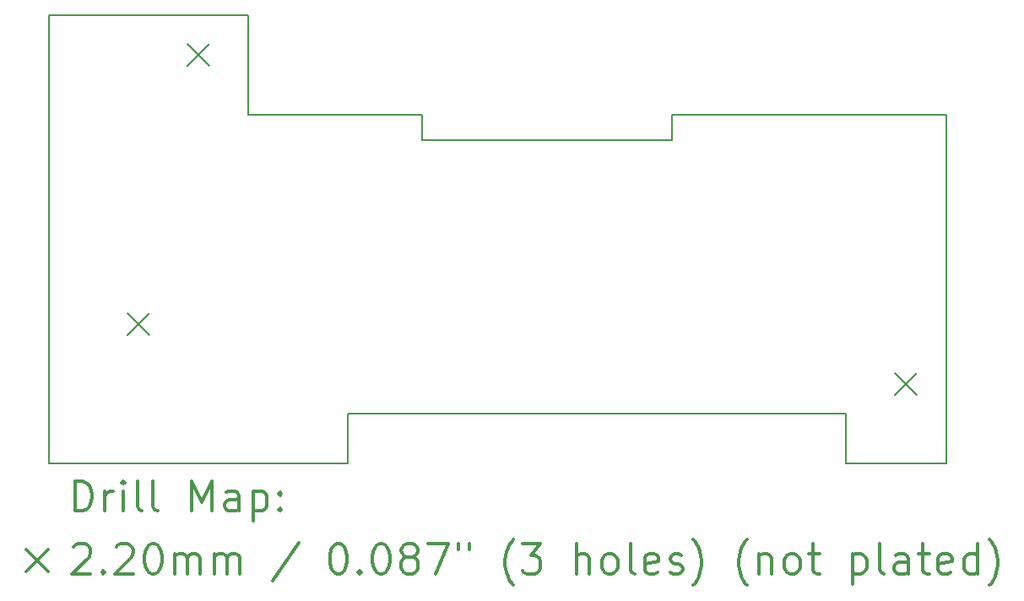
<source format=gbr>
%FSLAX45Y45*%
G04 Gerber Fmt 4.5, Leading zero omitted, Abs format (unit mm)*
G04 Created by KiCad (PCBNEW 4.0.7) date 08/07/18 09:06:01*
%MOMM*%
%LPD*%
G01*
G04 APERTURE LIST*
%ADD10C,0.127000*%
%ADD11C,0.150000*%
%ADD12C,0.200000*%
%ADD13C,0.300000*%
G04 APERTURE END LIST*
D10*
D11*
X10000000Y-11500000D02*
X10000000Y-7000000D01*
X13000000Y-11500000D02*
X10000000Y-11500000D01*
X12000000Y-7000000D02*
X10000000Y-7000000D01*
X12000000Y-8000000D02*
X12000000Y-7000000D01*
X13750000Y-8000000D02*
X12000000Y-8000000D01*
X13750000Y-8250000D02*
X13750000Y-8000000D01*
X16250000Y-8250000D02*
X13750000Y-8250000D01*
X16250000Y-8000000D02*
X16250000Y-8250000D01*
X16500000Y-8000000D02*
X16250000Y-8000000D01*
X19000000Y-8000000D02*
X16500000Y-8000000D01*
X19000000Y-11500000D02*
X19000000Y-8000000D01*
X18000000Y-11500000D02*
X19000000Y-11500000D01*
X18000000Y-11000000D02*
X18000000Y-11500000D01*
X13000000Y-11000000D02*
X18000000Y-11000000D01*
X13000000Y-11500000D02*
X13000000Y-11000000D01*
D12*
X10790000Y-9990000D02*
X11010000Y-10210000D01*
X11010000Y-9990000D02*
X10790000Y-10210000D01*
X11390000Y-7290000D02*
X11610000Y-7510000D01*
X11610000Y-7290000D02*
X11390000Y-7510000D01*
X18490000Y-10590000D02*
X18710000Y-10810000D01*
X18710000Y-10590000D02*
X18490000Y-10810000D01*
D13*
X10263929Y-11973214D02*
X10263929Y-11673214D01*
X10335357Y-11673214D01*
X10378214Y-11687500D01*
X10406786Y-11716071D01*
X10421071Y-11744643D01*
X10435357Y-11801786D01*
X10435357Y-11844643D01*
X10421071Y-11901786D01*
X10406786Y-11930357D01*
X10378214Y-11958929D01*
X10335357Y-11973214D01*
X10263929Y-11973214D01*
X10563929Y-11973214D02*
X10563929Y-11773214D01*
X10563929Y-11830357D02*
X10578214Y-11801786D01*
X10592500Y-11787500D01*
X10621071Y-11773214D01*
X10649643Y-11773214D01*
X10749643Y-11973214D02*
X10749643Y-11773214D01*
X10749643Y-11673214D02*
X10735357Y-11687500D01*
X10749643Y-11701786D01*
X10763929Y-11687500D01*
X10749643Y-11673214D01*
X10749643Y-11701786D01*
X10935357Y-11973214D02*
X10906786Y-11958929D01*
X10892500Y-11930357D01*
X10892500Y-11673214D01*
X11092500Y-11973214D02*
X11063929Y-11958929D01*
X11049643Y-11930357D01*
X11049643Y-11673214D01*
X11435357Y-11973214D02*
X11435357Y-11673214D01*
X11535357Y-11887500D01*
X11635357Y-11673214D01*
X11635357Y-11973214D01*
X11906786Y-11973214D02*
X11906786Y-11816071D01*
X11892500Y-11787500D01*
X11863928Y-11773214D01*
X11806786Y-11773214D01*
X11778214Y-11787500D01*
X11906786Y-11958929D02*
X11878214Y-11973214D01*
X11806786Y-11973214D01*
X11778214Y-11958929D01*
X11763928Y-11930357D01*
X11763928Y-11901786D01*
X11778214Y-11873214D01*
X11806786Y-11858929D01*
X11878214Y-11858929D01*
X11906786Y-11844643D01*
X12049643Y-11773214D02*
X12049643Y-12073214D01*
X12049643Y-11787500D02*
X12078214Y-11773214D01*
X12135357Y-11773214D01*
X12163928Y-11787500D01*
X12178214Y-11801786D01*
X12192500Y-11830357D01*
X12192500Y-11916071D01*
X12178214Y-11944643D01*
X12163928Y-11958929D01*
X12135357Y-11973214D01*
X12078214Y-11973214D01*
X12049643Y-11958929D01*
X12321071Y-11944643D02*
X12335357Y-11958929D01*
X12321071Y-11973214D01*
X12306786Y-11958929D01*
X12321071Y-11944643D01*
X12321071Y-11973214D01*
X12321071Y-11787500D02*
X12335357Y-11801786D01*
X12321071Y-11816071D01*
X12306786Y-11801786D01*
X12321071Y-11787500D01*
X12321071Y-11816071D01*
X9772500Y-12357500D02*
X9992500Y-12577500D01*
X9992500Y-12357500D02*
X9772500Y-12577500D01*
X10249643Y-12331786D02*
X10263929Y-12317500D01*
X10292500Y-12303214D01*
X10363929Y-12303214D01*
X10392500Y-12317500D01*
X10406786Y-12331786D01*
X10421071Y-12360357D01*
X10421071Y-12388929D01*
X10406786Y-12431786D01*
X10235357Y-12603214D01*
X10421071Y-12603214D01*
X10549643Y-12574643D02*
X10563929Y-12588929D01*
X10549643Y-12603214D01*
X10535357Y-12588929D01*
X10549643Y-12574643D01*
X10549643Y-12603214D01*
X10678214Y-12331786D02*
X10692500Y-12317500D01*
X10721071Y-12303214D01*
X10792500Y-12303214D01*
X10821071Y-12317500D01*
X10835357Y-12331786D01*
X10849643Y-12360357D01*
X10849643Y-12388929D01*
X10835357Y-12431786D01*
X10663928Y-12603214D01*
X10849643Y-12603214D01*
X11035357Y-12303214D02*
X11063929Y-12303214D01*
X11092500Y-12317500D01*
X11106786Y-12331786D01*
X11121071Y-12360357D01*
X11135357Y-12417500D01*
X11135357Y-12488929D01*
X11121071Y-12546071D01*
X11106786Y-12574643D01*
X11092500Y-12588929D01*
X11063929Y-12603214D01*
X11035357Y-12603214D01*
X11006786Y-12588929D01*
X10992500Y-12574643D01*
X10978214Y-12546071D01*
X10963929Y-12488929D01*
X10963929Y-12417500D01*
X10978214Y-12360357D01*
X10992500Y-12331786D01*
X11006786Y-12317500D01*
X11035357Y-12303214D01*
X11263928Y-12603214D02*
X11263928Y-12403214D01*
X11263928Y-12431786D02*
X11278214Y-12417500D01*
X11306786Y-12403214D01*
X11349643Y-12403214D01*
X11378214Y-12417500D01*
X11392500Y-12446071D01*
X11392500Y-12603214D01*
X11392500Y-12446071D02*
X11406786Y-12417500D01*
X11435357Y-12403214D01*
X11478214Y-12403214D01*
X11506786Y-12417500D01*
X11521071Y-12446071D01*
X11521071Y-12603214D01*
X11663928Y-12603214D02*
X11663928Y-12403214D01*
X11663928Y-12431786D02*
X11678214Y-12417500D01*
X11706786Y-12403214D01*
X11749643Y-12403214D01*
X11778214Y-12417500D01*
X11792500Y-12446071D01*
X11792500Y-12603214D01*
X11792500Y-12446071D02*
X11806786Y-12417500D01*
X11835357Y-12403214D01*
X11878214Y-12403214D01*
X11906786Y-12417500D01*
X11921071Y-12446071D01*
X11921071Y-12603214D01*
X12506786Y-12288929D02*
X12249643Y-12674643D01*
X12892500Y-12303214D02*
X12921071Y-12303214D01*
X12949643Y-12317500D01*
X12963928Y-12331786D01*
X12978214Y-12360357D01*
X12992500Y-12417500D01*
X12992500Y-12488929D01*
X12978214Y-12546071D01*
X12963928Y-12574643D01*
X12949643Y-12588929D01*
X12921071Y-12603214D01*
X12892500Y-12603214D01*
X12863928Y-12588929D01*
X12849643Y-12574643D01*
X12835357Y-12546071D01*
X12821071Y-12488929D01*
X12821071Y-12417500D01*
X12835357Y-12360357D01*
X12849643Y-12331786D01*
X12863928Y-12317500D01*
X12892500Y-12303214D01*
X13121071Y-12574643D02*
X13135357Y-12588929D01*
X13121071Y-12603214D01*
X13106786Y-12588929D01*
X13121071Y-12574643D01*
X13121071Y-12603214D01*
X13321071Y-12303214D02*
X13349643Y-12303214D01*
X13378214Y-12317500D01*
X13392500Y-12331786D01*
X13406785Y-12360357D01*
X13421071Y-12417500D01*
X13421071Y-12488929D01*
X13406785Y-12546071D01*
X13392500Y-12574643D01*
X13378214Y-12588929D01*
X13349643Y-12603214D01*
X13321071Y-12603214D01*
X13292500Y-12588929D01*
X13278214Y-12574643D01*
X13263928Y-12546071D01*
X13249643Y-12488929D01*
X13249643Y-12417500D01*
X13263928Y-12360357D01*
X13278214Y-12331786D01*
X13292500Y-12317500D01*
X13321071Y-12303214D01*
X13592500Y-12431786D02*
X13563928Y-12417500D01*
X13549643Y-12403214D01*
X13535357Y-12374643D01*
X13535357Y-12360357D01*
X13549643Y-12331786D01*
X13563928Y-12317500D01*
X13592500Y-12303214D01*
X13649643Y-12303214D01*
X13678214Y-12317500D01*
X13692500Y-12331786D01*
X13706785Y-12360357D01*
X13706785Y-12374643D01*
X13692500Y-12403214D01*
X13678214Y-12417500D01*
X13649643Y-12431786D01*
X13592500Y-12431786D01*
X13563928Y-12446071D01*
X13549643Y-12460357D01*
X13535357Y-12488929D01*
X13535357Y-12546071D01*
X13549643Y-12574643D01*
X13563928Y-12588929D01*
X13592500Y-12603214D01*
X13649643Y-12603214D01*
X13678214Y-12588929D01*
X13692500Y-12574643D01*
X13706785Y-12546071D01*
X13706785Y-12488929D01*
X13692500Y-12460357D01*
X13678214Y-12446071D01*
X13649643Y-12431786D01*
X13806785Y-12303214D02*
X14006785Y-12303214D01*
X13878214Y-12603214D01*
X14106786Y-12303214D02*
X14106786Y-12360357D01*
X14221071Y-12303214D02*
X14221071Y-12360357D01*
X14663928Y-12717500D02*
X14649643Y-12703214D01*
X14621071Y-12660357D01*
X14606785Y-12631786D01*
X14592500Y-12588929D01*
X14578214Y-12517500D01*
X14578214Y-12460357D01*
X14592500Y-12388929D01*
X14606785Y-12346071D01*
X14621071Y-12317500D01*
X14649643Y-12274643D01*
X14663928Y-12260357D01*
X14749643Y-12303214D02*
X14935357Y-12303214D01*
X14835357Y-12417500D01*
X14878214Y-12417500D01*
X14906785Y-12431786D01*
X14921071Y-12446071D01*
X14935357Y-12474643D01*
X14935357Y-12546071D01*
X14921071Y-12574643D01*
X14906785Y-12588929D01*
X14878214Y-12603214D01*
X14792500Y-12603214D01*
X14763928Y-12588929D01*
X14749643Y-12574643D01*
X15292500Y-12603214D02*
X15292500Y-12303214D01*
X15421071Y-12603214D02*
X15421071Y-12446071D01*
X15406785Y-12417500D01*
X15378214Y-12403214D01*
X15335357Y-12403214D01*
X15306785Y-12417500D01*
X15292500Y-12431786D01*
X15606785Y-12603214D02*
X15578214Y-12588929D01*
X15563928Y-12574643D01*
X15549643Y-12546071D01*
X15549643Y-12460357D01*
X15563928Y-12431786D01*
X15578214Y-12417500D01*
X15606785Y-12403214D01*
X15649643Y-12403214D01*
X15678214Y-12417500D01*
X15692500Y-12431786D01*
X15706785Y-12460357D01*
X15706785Y-12546071D01*
X15692500Y-12574643D01*
X15678214Y-12588929D01*
X15649643Y-12603214D01*
X15606785Y-12603214D01*
X15878214Y-12603214D02*
X15849643Y-12588929D01*
X15835357Y-12560357D01*
X15835357Y-12303214D01*
X16106786Y-12588929D02*
X16078214Y-12603214D01*
X16021071Y-12603214D01*
X15992500Y-12588929D01*
X15978214Y-12560357D01*
X15978214Y-12446071D01*
X15992500Y-12417500D01*
X16021071Y-12403214D01*
X16078214Y-12403214D01*
X16106786Y-12417500D01*
X16121071Y-12446071D01*
X16121071Y-12474643D01*
X15978214Y-12503214D01*
X16235357Y-12588929D02*
X16263928Y-12603214D01*
X16321071Y-12603214D01*
X16349643Y-12588929D01*
X16363928Y-12560357D01*
X16363928Y-12546071D01*
X16349643Y-12517500D01*
X16321071Y-12503214D01*
X16278214Y-12503214D01*
X16249643Y-12488929D01*
X16235357Y-12460357D01*
X16235357Y-12446071D01*
X16249643Y-12417500D01*
X16278214Y-12403214D01*
X16321071Y-12403214D01*
X16349643Y-12417500D01*
X16463928Y-12717500D02*
X16478214Y-12703214D01*
X16506786Y-12660357D01*
X16521071Y-12631786D01*
X16535357Y-12588929D01*
X16549643Y-12517500D01*
X16549643Y-12460357D01*
X16535357Y-12388929D01*
X16521071Y-12346071D01*
X16506786Y-12317500D01*
X16478214Y-12274643D01*
X16463928Y-12260357D01*
X17006786Y-12717500D02*
X16992500Y-12703214D01*
X16963928Y-12660357D01*
X16949643Y-12631786D01*
X16935357Y-12588929D01*
X16921071Y-12517500D01*
X16921071Y-12460357D01*
X16935357Y-12388929D01*
X16949643Y-12346071D01*
X16963928Y-12317500D01*
X16992500Y-12274643D01*
X17006786Y-12260357D01*
X17121071Y-12403214D02*
X17121071Y-12603214D01*
X17121071Y-12431786D02*
X17135357Y-12417500D01*
X17163928Y-12403214D01*
X17206786Y-12403214D01*
X17235357Y-12417500D01*
X17249643Y-12446071D01*
X17249643Y-12603214D01*
X17435357Y-12603214D02*
X17406786Y-12588929D01*
X17392500Y-12574643D01*
X17378214Y-12546071D01*
X17378214Y-12460357D01*
X17392500Y-12431786D01*
X17406786Y-12417500D01*
X17435357Y-12403214D01*
X17478214Y-12403214D01*
X17506786Y-12417500D01*
X17521071Y-12431786D01*
X17535357Y-12460357D01*
X17535357Y-12546071D01*
X17521071Y-12574643D01*
X17506786Y-12588929D01*
X17478214Y-12603214D01*
X17435357Y-12603214D01*
X17621071Y-12403214D02*
X17735357Y-12403214D01*
X17663929Y-12303214D02*
X17663929Y-12560357D01*
X17678214Y-12588929D01*
X17706786Y-12603214D01*
X17735357Y-12603214D01*
X18063929Y-12403214D02*
X18063929Y-12703214D01*
X18063929Y-12417500D02*
X18092500Y-12403214D01*
X18149643Y-12403214D01*
X18178214Y-12417500D01*
X18192500Y-12431786D01*
X18206786Y-12460357D01*
X18206786Y-12546071D01*
X18192500Y-12574643D01*
X18178214Y-12588929D01*
X18149643Y-12603214D01*
X18092500Y-12603214D01*
X18063929Y-12588929D01*
X18378214Y-12603214D02*
X18349643Y-12588929D01*
X18335357Y-12560357D01*
X18335357Y-12303214D01*
X18621071Y-12603214D02*
X18621071Y-12446071D01*
X18606786Y-12417500D01*
X18578214Y-12403214D01*
X18521071Y-12403214D01*
X18492500Y-12417500D01*
X18621071Y-12588929D02*
X18592500Y-12603214D01*
X18521071Y-12603214D01*
X18492500Y-12588929D01*
X18478214Y-12560357D01*
X18478214Y-12531786D01*
X18492500Y-12503214D01*
X18521071Y-12488929D01*
X18592500Y-12488929D01*
X18621071Y-12474643D01*
X18721071Y-12403214D02*
X18835357Y-12403214D01*
X18763929Y-12303214D02*
X18763929Y-12560357D01*
X18778214Y-12588929D01*
X18806786Y-12603214D01*
X18835357Y-12603214D01*
X19049643Y-12588929D02*
X19021072Y-12603214D01*
X18963929Y-12603214D01*
X18935357Y-12588929D01*
X18921072Y-12560357D01*
X18921072Y-12446071D01*
X18935357Y-12417500D01*
X18963929Y-12403214D01*
X19021072Y-12403214D01*
X19049643Y-12417500D01*
X19063929Y-12446071D01*
X19063929Y-12474643D01*
X18921072Y-12503214D01*
X19321072Y-12603214D02*
X19321072Y-12303214D01*
X19321072Y-12588929D02*
X19292500Y-12603214D01*
X19235357Y-12603214D01*
X19206786Y-12588929D01*
X19192500Y-12574643D01*
X19178214Y-12546071D01*
X19178214Y-12460357D01*
X19192500Y-12431786D01*
X19206786Y-12417500D01*
X19235357Y-12403214D01*
X19292500Y-12403214D01*
X19321072Y-12417500D01*
X19435357Y-12717500D02*
X19449643Y-12703214D01*
X19478214Y-12660357D01*
X19492500Y-12631786D01*
X19506786Y-12588929D01*
X19521072Y-12517500D01*
X19521072Y-12460357D01*
X19506786Y-12388929D01*
X19492500Y-12346071D01*
X19478214Y-12317500D01*
X19449643Y-12274643D01*
X19435357Y-12260357D01*
M02*

</source>
